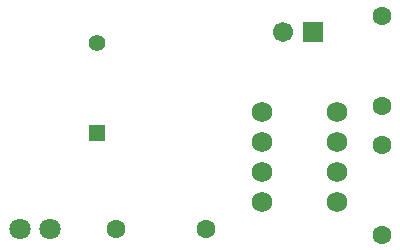
<source format=gbs>
G04 Layer_Color=16711935*
%FSLAX23Y23*%
%MOIN*%
G70*
G01*
G75*
%ADD18C,0.055*%
%ADD19R,0.055X0.055*%
%ADD20C,0.071*%
%ADD21C,0.067*%
%ADD22R,0.067X0.067*%
%ADD23C,0.063*%
%ADD24C,0.068*%
D18*
X385Y1895D02*
D03*
D19*
Y1595D02*
D03*
D20*
X130Y1275D02*
D03*
X230D02*
D03*
D21*
X1005Y1930D02*
D03*
D22*
X1105D02*
D03*
D23*
X1335Y1685D02*
D03*
Y1985D02*
D03*
X450Y1275D02*
D03*
X750D02*
D03*
X1335Y1255D02*
D03*
Y1555D02*
D03*
D24*
X935Y1665D02*
D03*
Y1565D02*
D03*
Y1465D02*
D03*
Y1365D02*
D03*
X1185D02*
D03*
Y1465D02*
D03*
Y1565D02*
D03*
Y1665D02*
D03*
M02*

</source>
